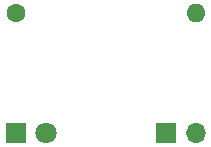
<source format=gbr>
%TF.GenerationSoftware,KiCad,Pcbnew,(6.0.9)*%
%TF.CreationDate,2022-12-17T18:28:14-05:00*%
%TF.ProjectId,test,74657374-2e6b-4696-9361-645f70636258,rev?*%
%TF.SameCoordinates,Original*%
%TF.FileFunction,Copper,L2,Bot*%
%TF.FilePolarity,Positive*%
%FSLAX46Y46*%
G04 Gerber Fmt 4.6, Leading zero omitted, Abs format (unit mm)*
G04 Created by KiCad (PCBNEW (6.0.9)) date 2022-12-17 18:28:14*
%MOMM*%
%LPD*%
G01*
G04 APERTURE LIST*
%TA.AperFunction,ComponentPad*%
%ADD10C,1.600000*%
%TD*%
%TA.AperFunction,ComponentPad*%
%ADD11O,1.600000X1.600000*%
%TD*%
%TA.AperFunction,ComponentPad*%
%ADD12R,1.800000X1.800000*%
%TD*%
%TA.AperFunction,ComponentPad*%
%ADD13C,1.800000*%
%TD*%
%TA.AperFunction,ComponentPad*%
%ADD14R,1.700000X1.700000*%
%TD*%
%TA.AperFunction,ComponentPad*%
%ADD15O,1.700000X1.700000*%
%TD*%
G04 APERTURE END LIST*
D10*
%TO.P,R1,1*%
%TO.N,Net-(D1-Pad1)*%
X119380000Y-86360000D03*
D11*
%TO.P,R1,2*%
%TO.N,Net-(BT1-Pad2)*%
X134620000Y-86360000D03*
%TD*%
D12*
%TO.P,D1,1,K*%
%TO.N,Net-(D1-Pad1)*%
X119380000Y-96520000D03*
D13*
%TO.P,D1,2,A*%
%TO.N,Net-(BT1-Pad1)*%
X121920000Y-96520000D03*
%TD*%
D14*
%TO.P,BT1,1,+*%
%TO.N,Net-(BT1-Pad1)*%
X132080000Y-96520000D03*
D15*
%TO.P,BT1,2,-*%
%TO.N,Net-(BT1-Pad2)*%
X134620000Y-96520000D03*
%TD*%
M02*

</source>
